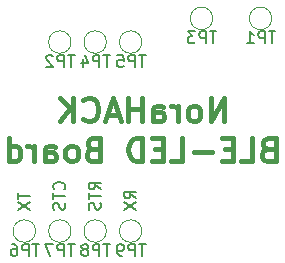
<source format=gbo>
G04 #@! TF.GenerationSoftware,KiCad,Pcbnew,(5.1.2-1)-1*
G04 #@! TF.CreationDate,2019-08-31T04:18:35+09:00*
G04 #@! TF.ProjectId,Schematic,53636865-6d61-4746-9963-2e6b69636164,rev?*
G04 #@! TF.SameCoordinates,Original*
G04 #@! TF.FileFunction,Legend,Bot*
G04 #@! TF.FilePolarity,Positive*
%FSLAX46Y46*%
G04 Gerber Fmt 4.6, Leading zero omitted, Abs format (unit mm)*
G04 Created by KiCad (PCBNEW (5.1.2-1)-1) date 2019-08-31 04:18:35*
%MOMM*%
%LPD*%
G04 APERTURE LIST*
%ADD10C,0.400000*%
%ADD11C,0.200000*%
%ADD12C,0.120000*%
%ADD13C,0.150000*%
G04 APERTURE END LIST*
D10*
X111904761Y-71204761D02*
X111904761Y-69204761D01*
X110761904Y-71204761D01*
X110761904Y-69204761D01*
X109523809Y-71204761D02*
X109714285Y-71109523D01*
X109809523Y-71014285D01*
X109904761Y-70823809D01*
X109904761Y-70252380D01*
X109809523Y-70061904D01*
X109714285Y-69966666D01*
X109523809Y-69871428D01*
X109238095Y-69871428D01*
X109047619Y-69966666D01*
X108952380Y-70061904D01*
X108857142Y-70252380D01*
X108857142Y-70823809D01*
X108952380Y-71014285D01*
X109047619Y-71109523D01*
X109238095Y-71204761D01*
X109523809Y-71204761D01*
X108000000Y-71204761D02*
X108000000Y-69871428D01*
X108000000Y-70252380D02*
X107904761Y-70061904D01*
X107809523Y-69966666D01*
X107619047Y-69871428D01*
X107428571Y-69871428D01*
X105904761Y-71204761D02*
X105904761Y-70157142D01*
X105999999Y-69966666D01*
X106190476Y-69871428D01*
X106571428Y-69871428D01*
X106761904Y-69966666D01*
X105904761Y-71109523D02*
X106095238Y-71204761D01*
X106571428Y-71204761D01*
X106761904Y-71109523D01*
X106857142Y-70919047D01*
X106857142Y-70728571D01*
X106761904Y-70538095D01*
X106571428Y-70442857D01*
X106095238Y-70442857D01*
X105904761Y-70347619D01*
X104952380Y-71204761D02*
X104952380Y-69204761D01*
X104952380Y-70157142D02*
X103809523Y-70157142D01*
X103809523Y-71204761D02*
X103809523Y-69204761D01*
X102952380Y-70633333D02*
X101999999Y-70633333D01*
X103142857Y-71204761D02*
X102476190Y-69204761D01*
X101809523Y-71204761D01*
X99999999Y-71014285D02*
X100095238Y-71109523D01*
X100380952Y-71204761D01*
X100571428Y-71204761D01*
X100857142Y-71109523D01*
X101047619Y-70919047D01*
X101142857Y-70728571D01*
X101238095Y-70347619D01*
X101238095Y-70061904D01*
X101142857Y-69680952D01*
X101047619Y-69490476D01*
X100857142Y-69300000D01*
X100571428Y-69204761D01*
X100380952Y-69204761D01*
X100095238Y-69300000D01*
X99999999Y-69395238D01*
X99142857Y-71204761D02*
X99142857Y-69204761D01*
X97999999Y-71204761D02*
X98857142Y-70061904D01*
X97999999Y-69204761D02*
X99142857Y-70347619D01*
X115619047Y-73557142D02*
X115333333Y-73652380D01*
X115238095Y-73747619D01*
X115142857Y-73938095D01*
X115142857Y-74223809D01*
X115238095Y-74414285D01*
X115333333Y-74509523D01*
X115523809Y-74604761D01*
X116285714Y-74604761D01*
X116285714Y-72604761D01*
X115619047Y-72604761D01*
X115428571Y-72700000D01*
X115333333Y-72795238D01*
X115238095Y-72985714D01*
X115238095Y-73176190D01*
X115333333Y-73366666D01*
X115428571Y-73461904D01*
X115619047Y-73557142D01*
X116285714Y-73557142D01*
X113333333Y-74604761D02*
X114285714Y-74604761D01*
X114285714Y-72604761D01*
X112666666Y-73557142D02*
X112000000Y-73557142D01*
X111714285Y-74604761D02*
X112666666Y-74604761D01*
X112666666Y-72604761D01*
X111714285Y-72604761D01*
X110857142Y-73842857D02*
X109333333Y-73842857D01*
X107428571Y-74604761D02*
X108380952Y-74604761D01*
X108380952Y-72604761D01*
X106761904Y-73557142D02*
X106095238Y-73557142D01*
X105809523Y-74604761D02*
X106761904Y-74604761D01*
X106761904Y-72604761D01*
X105809523Y-72604761D01*
X104952380Y-74604761D02*
X104952380Y-72604761D01*
X104476190Y-72604761D01*
X104190476Y-72700000D01*
X104000000Y-72890476D01*
X103904761Y-73080952D01*
X103809523Y-73461904D01*
X103809523Y-73747619D01*
X103904761Y-74128571D01*
X104000000Y-74319047D01*
X104190476Y-74509523D01*
X104476190Y-74604761D01*
X104952380Y-74604761D01*
X100761904Y-73557142D02*
X100476190Y-73652380D01*
X100380952Y-73747619D01*
X100285714Y-73938095D01*
X100285714Y-74223809D01*
X100380952Y-74414285D01*
X100476190Y-74509523D01*
X100666666Y-74604761D01*
X101428571Y-74604761D01*
X101428571Y-72604761D01*
X100761904Y-72604761D01*
X100571428Y-72700000D01*
X100476190Y-72795238D01*
X100380952Y-72985714D01*
X100380952Y-73176190D01*
X100476190Y-73366666D01*
X100571428Y-73461904D01*
X100761904Y-73557142D01*
X101428571Y-73557142D01*
X99142857Y-74604761D02*
X99333333Y-74509523D01*
X99428571Y-74414285D01*
X99523809Y-74223809D01*
X99523809Y-73652380D01*
X99428571Y-73461904D01*
X99333333Y-73366666D01*
X99142857Y-73271428D01*
X98857142Y-73271428D01*
X98666666Y-73366666D01*
X98571428Y-73461904D01*
X98476190Y-73652380D01*
X98476190Y-74223809D01*
X98571428Y-74414285D01*
X98666666Y-74509523D01*
X98857142Y-74604761D01*
X99142857Y-74604761D01*
X96761904Y-74604761D02*
X96761904Y-73557142D01*
X96857142Y-73366666D01*
X97047619Y-73271428D01*
X97428571Y-73271428D01*
X97619047Y-73366666D01*
X96761904Y-74509523D02*
X96952380Y-74604761D01*
X97428571Y-74604761D01*
X97619047Y-74509523D01*
X97714285Y-74319047D01*
X97714285Y-74128571D01*
X97619047Y-73938095D01*
X97428571Y-73842857D01*
X96952380Y-73842857D01*
X96761904Y-73747619D01*
X95809523Y-74604761D02*
X95809523Y-73271428D01*
X95809523Y-73652380D02*
X95714285Y-73461904D01*
X95619047Y-73366666D01*
X95428571Y-73271428D01*
X95238095Y-73271428D01*
X93714285Y-74604761D02*
X93714285Y-72604761D01*
X93714285Y-74509523D02*
X93904761Y-74604761D01*
X94285714Y-74604761D01*
X94476190Y-74509523D01*
X94571428Y-74414285D01*
X94666666Y-74223809D01*
X94666666Y-73652380D01*
X94571428Y-73461904D01*
X94476190Y-73366666D01*
X94285714Y-73271428D01*
X93904761Y-73271428D01*
X93714285Y-73366666D01*
D11*
X104452380Y-77727142D02*
X103976190Y-77393809D01*
X104452380Y-77155714D02*
X103452380Y-77155714D01*
X103452380Y-77536666D01*
X103500000Y-77631904D01*
X103547619Y-77679523D01*
X103642857Y-77727142D01*
X103785714Y-77727142D01*
X103880952Y-77679523D01*
X103928571Y-77631904D01*
X103976190Y-77536666D01*
X103976190Y-77155714D01*
X103452380Y-78060476D02*
X104452380Y-78727142D01*
X103452380Y-78727142D02*
X104452380Y-78060476D01*
X101452380Y-76965238D02*
X100976190Y-76631904D01*
X101452380Y-76393809D02*
X100452380Y-76393809D01*
X100452380Y-76774761D01*
X100500000Y-76870000D01*
X100547619Y-76917619D01*
X100642857Y-76965238D01*
X100785714Y-76965238D01*
X100880952Y-76917619D01*
X100928571Y-76870000D01*
X100976190Y-76774761D01*
X100976190Y-76393809D01*
X100452380Y-77250952D02*
X100452380Y-77822380D01*
X101452380Y-77536666D02*
X100452380Y-77536666D01*
X101404761Y-78108095D02*
X101452380Y-78250952D01*
X101452380Y-78489047D01*
X101404761Y-78584285D01*
X101357142Y-78631904D01*
X101261904Y-78679523D01*
X101166666Y-78679523D01*
X101071428Y-78631904D01*
X101023809Y-78584285D01*
X100976190Y-78489047D01*
X100928571Y-78298571D01*
X100880952Y-78203333D01*
X100833333Y-78155714D01*
X100738095Y-78108095D01*
X100642857Y-78108095D01*
X100547619Y-78155714D01*
X100500000Y-78203333D01*
X100452380Y-78298571D01*
X100452380Y-78536666D01*
X100500000Y-78679523D01*
X98357142Y-76965238D02*
X98404761Y-76917619D01*
X98452380Y-76774761D01*
X98452380Y-76679523D01*
X98404761Y-76536666D01*
X98309523Y-76441428D01*
X98214285Y-76393809D01*
X98023809Y-76346190D01*
X97880952Y-76346190D01*
X97690476Y-76393809D01*
X97595238Y-76441428D01*
X97500000Y-76536666D01*
X97452380Y-76679523D01*
X97452380Y-76774761D01*
X97500000Y-76917619D01*
X97547619Y-76965238D01*
X97452380Y-77250952D02*
X97452380Y-77822380D01*
X98452380Y-77536666D02*
X97452380Y-77536666D01*
X98404761Y-78108095D02*
X98452380Y-78250952D01*
X98452380Y-78489047D01*
X98404761Y-78584285D01*
X98357142Y-78631904D01*
X98261904Y-78679523D01*
X98166666Y-78679523D01*
X98071428Y-78631904D01*
X98023809Y-78584285D01*
X97976190Y-78489047D01*
X97928571Y-78298571D01*
X97880952Y-78203333D01*
X97833333Y-78155714D01*
X97738095Y-78108095D01*
X97642857Y-78108095D01*
X97547619Y-78155714D01*
X97500000Y-78203333D01*
X97452380Y-78298571D01*
X97452380Y-78536666D01*
X97500000Y-78679523D01*
X94452380Y-77250952D02*
X94452380Y-77822380D01*
X95452380Y-77536666D02*
X94452380Y-77536666D01*
X94452380Y-78060476D02*
X95452380Y-78727142D01*
X94452380Y-78727142D02*
X95452380Y-78060476D01*
D12*
X104950000Y-80500000D02*
G75*
G03X104950000Y-80500000I-950000J0D01*
G01*
X101950000Y-80500000D02*
G75*
G03X101950000Y-80500000I-950000J0D01*
G01*
X98950000Y-80500000D02*
G75*
G03X98950000Y-80500000I-950000J0D01*
G01*
X95950000Y-80500000D02*
G75*
G03X95950000Y-80500000I-950000J0D01*
G01*
X104950000Y-64500000D02*
G75*
G03X104950000Y-64500000I-950000J0D01*
G01*
X101950000Y-64500000D02*
G75*
G03X101950000Y-64500000I-950000J0D01*
G01*
X110950000Y-62500000D02*
G75*
G03X110950000Y-62500000I-950000J0D01*
G01*
X98950000Y-64500000D02*
G75*
G03X98950000Y-64500000I-950000J0D01*
G01*
X115950000Y-62500000D02*
G75*
G03X115950000Y-62500000I-950000J0D01*
G01*
D13*
X105261904Y-81600380D02*
X104690476Y-81600380D01*
X104976190Y-82600380D02*
X104976190Y-81600380D01*
X104357142Y-82600380D02*
X104357142Y-81600380D01*
X103976190Y-81600380D01*
X103880952Y-81648000D01*
X103833333Y-81695619D01*
X103785714Y-81790857D01*
X103785714Y-81933714D01*
X103833333Y-82028952D01*
X103880952Y-82076571D01*
X103976190Y-82124190D01*
X104357142Y-82124190D01*
X103309523Y-82600380D02*
X103119047Y-82600380D01*
X103023809Y-82552761D01*
X102976190Y-82505142D01*
X102880952Y-82362285D01*
X102833333Y-82171809D01*
X102833333Y-81790857D01*
X102880952Y-81695619D01*
X102928571Y-81648000D01*
X103023809Y-81600380D01*
X103214285Y-81600380D01*
X103309523Y-81648000D01*
X103357142Y-81695619D01*
X103404761Y-81790857D01*
X103404761Y-82028952D01*
X103357142Y-82124190D01*
X103309523Y-82171809D01*
X103214285Y-82219428D01*
X103023809Y-82219428D01*
X102928571Y-82171809D01*
X102880952Y-82124190D01*
X102833333Y-82028952D01*
X102261904Y-81600380D02*
X101690476Y-81600380D01*
X101976190Y-82600380D02*
X101976190Y-81600380D01*
X101357142Y-82600380D02*
X101357142Y-81600380D01*
X100976190Y-81600380D01*
X100880952Y-81648000D01*
X100833333Y-81695619D01*
X100785714Y-81790857D01*
X100785714Y-81933714D01*
X100833333Y-82028952D01*
X100880952Y-82076571D01*
X100976190Y-82124190D01*
X101357142Y-82124190D01*
X100214285Y-82028952D02*
X100309523Y-81981333D01*
X100357142Y-81933714D01*
X100404761Y-81838476D01*
X100404761Y-81790857D01*
X100357142Y-81695619D01*
X100309523Y-81648000D01*
X100214285Y-81600380D01*
X100023809Y-81600380D01*
X99928571Y-81648000D01*
X99880952Y-81695619D01*
X99833333Y-81790857D01*
X99833333Y-81838476D01*
X99880952Y-81933714D01*
X99928571Y-81981333D01*
X100023809Y-82028952D01*
X100214285Y-82028952D01*
X100309523Y-82076571D01*
X100357142Y-82124190D01*
X100404761Y-82219428D01*
X100404761Y-82409904D01*
X100357142Y-82505142D01*
X100309523Y-82552761D01*
X100214285Y-82600380D01*
X100023809Y-82600380D01*
X99928571Y-82552761D01*
X99880952Y-82505142D01*
X99833333Y-82409904D01*
X99833333Y-82219428D01*
X99880952Y-82124190D01*
X99928571Y-82076571D01*
X100023809Y-82028952D01*
X99261904Y-81600380D02*
X98690476Y-81600380D01*
X98976190Y-82600380D02*
X98976190Y-81600380D01*
X98357142Y-82600380D02*
X98357142Y-81600380D01*
X97976190Y-81600380D01*
X97880952Y-81648000D01*
X97833333Y-81695619D01*
X97785714Y-81790857D01*
X97785714Y-81933714D01*
X97833333Y-82028952D01*
X97880952Y-82076571D01*
X97976190Y-82124190D01*
X98357142Y-82124190D01*
X97452380Y-81600380D02*
X96785714Y-81600380D01*
X97214285Y-82600380D01*
X96261904Y-81600380D02*
X95690476Y-81600380D01*
X95976190Y-82600380D02*
X95976190Y-81600380D01*
X95357142Y-82600380D02*
X95357142Y-81600380D01*
X94976190Y-81600380D01*
X94880952Y-81648000D01*
X94833333Y-81695619D01*
X94785714Y-81790857D01*
X94785714Y-81933714D01*
X94833333Y-82028952D01*
X94880952Y-82076571D01*
X94976190Y-82124190D01*
X95357142Y-82124190D01*
X93928571Y-81600380D02*
X94119047Y-81600380D01*
X94214285Y-81648000D01*
X94261904Y-81695619D01*
X94357142Y-81838476D01*
X94404761Y-82028952D01*
X94404761Y-82409904D01*
X94357142Y-82505142D01*
X94309523Y-82552761D01*
X94214285Y-82600380D01*
X94023809Y-82600380D01*
X93928571Y-82552761D01*
X93880952Y-82505142D01*
X93833333Y-82409904D01*
X93833333Y-82171809D01*
X93880952Y-82076571D01*
X93928571Y-82028952D01*
X94023809Y-81981333D01*
X94214285Y-81981333D01*
X94309523Y-82028952D01*
X94357142Y-82076571D01*
X94404761Y-82171809D01*
X105261904Y-65600380D02*
X104690476Y-65600380D01*
X104976190Y-66600380D02*
X104976190Y-65600380D01*
X104357142Y-66600380D02*
X104357142Y-65600380D01*
X103976190Y-65600380D01*
X103880952Y-65648000D01*
X103833333Y-65695619D01*
X103785714Y-65790857D01*
X103785714Y-65933714D01*
X103833333Y-66028952D01*
X103880952Y-66076571D01*
X103976190Y-66124190D01*
X104357142Y-66124190D01*
X102880952Y-65600380D02*
X103357142Y-65600380D01*
X103404761Y-66076571D01*
X103357142Y-66028952D01*
X103261904Y-65981333D01*
X103023809Y-65981333D01*
X102928571Y-66028952D01*
X102880952Y-66076571D01*
X102833333Y-66171809D01*
X102833333Y-66409904D01*
X102880952Y-66505142D01*
X102928571Y-66552761D01*
X103023809Y-66600380D01*
X103261904Y-66600380D01*
X103357142Y-66552761D01*
X103404761Y-66505142D01*
X102261904Y-65600380D02*
X101690476Y-65600380D01*
X101976190Y-66600380D02*
X101976190Y-65600380D01*
X101357142Y-66600380D02*
X101357142Y-65600380D01*
X100976190Y-65600380D01*
X100880952Y-65648000D01*
X100833333Y-65695619D01*
X100785714Y-65790857D01*
X100785714Y-65933714D01*
X100833333Y-66028952D01*
X100880952Y-66076571D01*
X100976190Y-66124190D01*
X101357142Y-66124190D01*
X99928571Y-65933714D02*
X99928571Y-66600380D01*
X100166666Y-65552761D02*
X100404761Y-66267047D01*
X99785714Y-66267047D01*
X111261904Y-63600380D02*
X110690476Y-63600380D01*
X110976190Y-64600380D02*
X110976190Y-63600380D01*
X110357142Y-64600380D02*
X110357142Y-63600380D01*
X109976190Y-63600380D01*
X109880952Y-63648000D01*
X109833333Y-63695619D01*
X109785714Y-63790857D01*
X109785714Y-63933714D01*
X109833333Y-64028952D01*
X109880952Y-64076571D01*
X109976190Y-64124190D01*
X110357142Y-64124190D01*
X109452380Y-63600380D02*
X108833333Y-63600380D01*
X109166666Y-63981333D01*
X109023809Y-63981333D01*
X108928571Y-64028952D01*
X108880952Y-64076571D01*
X108833333Y-64171809D01*
X108833333Y-64409904D01*
X108880952Y-64505142D01*
X108928571Y-64552761D01*
X109023809Y-64600380D01*
X109309523Y-64600380D01*
X109404761Y-64552761D01*
X109452380Y-64505142D01*
X99261904Y-65600380D02*
X98690476Y-65600380D01*
X98976190Y-66600380D02*
X98976190Y-65600380D01*
X98357142Y-66600380D02*
X98357142Y-65600380D01*
X97976190Y-65600380D01*
X97880952Y-65648000D01*
X97833333Y-65695619D01*
X97785714Y-65790857D01*
X97785714Y-65933714D01*
X97833333Y-66028952D01*
X97880952Y-66076571D01*
X97976190Y-66124190D01*
X98357142Y-66124190D01*
X97404761Y-65695619D02*
X97357142Y-65648000D01*
X97261904Y-65600380D01*
X97023809Y-65600380D01*
X96928571Y-65648000D01*
X96880952Y-65695619D01*
X96833333Y-65790857D01*
X96833333Y-65886095D01*
X96880952Y-66028952D01*
X97452380Y-66600380D01*
X96833333Y-66600380D01*
X116261904Y-63600380D02*
X115690476Y-63600380D01*
X115976190Y-64600380D02*
X115976190Y-63600380D01*
X115357142Y-64600380D02*
X115357142Y-63600380D01*
X114976190Y-63600380D01*
X114880952Y-63648000D01*
X114833333Y-63695619D01*
X114785714Y-63790857D01*
X114785714Y-63933714D01*
X114833333Y-64028952D01*
X114880952Y-64076571D01*
X114976190Y-64124190D01*
X115357142Y-64124190D01*
X113833333Y-64600380D02*
X114404761Y-64600380D01*
X114119047Y-64600380D02*
X114119047Y-63600380D01*
X114214285Y-63743238D01*
X114309523Y-63838476D01*
X114404761Y-63886095D01*
M02*

</source>
